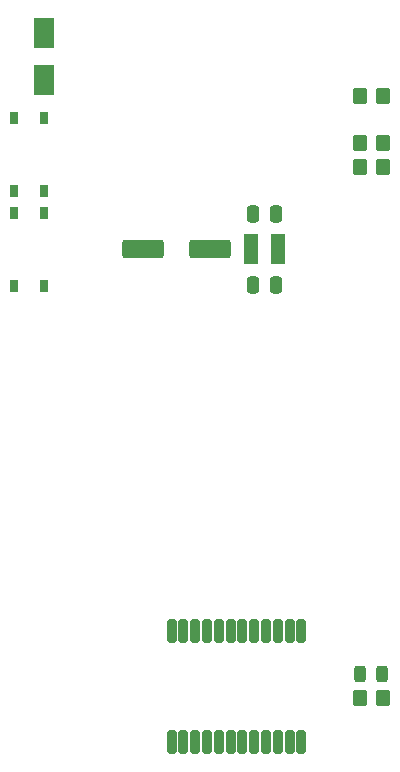
<source format=gbr>
%TF.GenerationSoftware,KiCad,Pcbnew,6.0.11+dfsg-1~bpo11+1*%
%TF.CreationDate,2024-02-01T17:53:29-05:00*%
%TF.ProjectId,POE,504f452e-6b69-4636-9164-5f7063625858,1.0.0*%
%TF.SameCoordinates,Original*%
%TF.FileFunction,Paste,Top*%
%TF.FilePolarity,Positive*%
%FSLAX46Y46*%
G04 Gerber Fmt 4.6, Leading zero omitted, Abs format (unit mm)*
G04 Created by KiCad (PCBNEW 6.0.11+dfsg-1~bpo11+1) date 2024-02-01 17:53:29*
%MOMM*%
%LPD*%
G01*
G04 APERTURE LIST*
G04 Aperture macros list*
%AMRoundRect*
0 Rectangle with rounded corners*
0 $1 Rounding radius*
0 $2 $3 $4 $5 $6 $7 $8 $9 X,Y pos of 4 corners*
0 Add a 4 corners polygon primitive as box body*
4,1,4,$2,$3,$4,$5,$6,$7,$8,$9,$2,$3,0*
0 Add four circle primitives for the rounded corners*
1,1,$1+$1,$2,$3*
1,1,$1+$1,$4,$5*
1,1,$1+$1,$6,$7*
1,1,$1+$1,$8,$9*
0 Add four rect primitives between the rounded corners*
20,1,$1+$1,$2,$3,$4,$5,0*
20,1,$1+$1,$4,$5,$6,$7,0*
20,1,$1+$1,$6,$7,$8,$9,0*
20,1,$1+$1,$8,$9,$2,$3,0*%
G04 Aperture macros list end*
%ADD10R,0.800000X1.000000*%
%ADD11RoundRect,0.250000X1.500000X0.550000X-1.500000X0.550000X-1.500000X-0.550000X1.500000X-0.550000X0*%
%ADD12RoundRect,0.250000X-0.350000X-0.450000X0.350000X-0.450000X0.350000X0.450000X-0.350000X0.450000X0*%
%ADD13R,1.800000X2.500000*%
%ADD14RoundRect,0.250000X0.250000X0.475000X-0.250000X0.475000X-0.250000X-0.475000X0.250000X-0.475000X0*%
%ADD15RoundRect,0.250000X0.350000X0.450000X-0.350000X0.450000X-0.350000X-0.450000X0.350000X-0.450000X0*%
%ADD16RoundRect,0.195000X-0.195000X0.805000X-0.195000X-0.805000X0.195000X-0.805000X0.195000X0.805000X0*%
%ADD17RoundRect,0.243750X-0.243750X-0.456250X0.243750X-0.456250X0.243750X0.456250X-0.243750X0.456250X0*%
%ADD18R,1.250000X2.500000*%
%ADD19RoundRect,0.250000X-0.250000X-0.475000X0.250000X-0.475000X0.250000X0.475000X-0.250000X0.475000X0*%
G04 APERTURE END LIST*
D10*
%TO.C,D2*%
X86260000Y-89075000D03*
X88800000Y-89075000D03*
X88800000Y-82925000D03*
X86260000Y-82925000D03*
%TD*%
D11*
%TO.C,C1*%
X102800000Y-86000000D03*
X97200000Y-86000000D03*
%TD*%
D12*
%TO.C,R4*%
X115500000Y-124000000D03*
X117500000Y-124000000D03*
%TD*%
D13*
%TO.C,D3*%
X88800000Y-71700000D03*
X88800000Y-67700000D03*
%TD*%
D14*
%TO.C,C3*%
X108415599Y-89000000D03*
X106515599Y-89000000D03*
%TD*%
D10*
%TO.C,D1*%
X86260000Y-81075000D03*
X88800000Y-81075000D03*
X88800000Y-74925000D03*
X86260000Y-74925000D03*
%TD*%
D15*
%TO.C,R3*%
X117500000Y-73000000D03*
X115500000Y-73000000D03*
%TD*%
D16*
%TO.C,TR3*%
X110580000Y-118300000D03*
X109580000Y-118300000D03*
X108580000Y-118300000D03*
X107580000Y-118300000D03*
X106580000Y-118300000D03*
X105580000Y-118300000D03*
X104580000Y-118300000D03*
X103580000Y-118300000D03*
X102580000Y-118300000D03*
X101580000Y-118300000D03*
X100580000Y-118300000D03*
X99580000Y-118300000D03*
X99580000Y-127700000D03*
X100580000Y-127700000D03*
X101580000Y-127700000D03*
X102580000Y-127700000D03*
X103580000Y-127700000D03*
X104580000Y-127700000D03*
X105580000Y-127700000D03*
X106580000Y-127700000D03*
X107580000Y-127700000D03*
X108580000Y-127700000D03*
X109580000Y-127700000D03*
X110580000Y-127700000D03*
%TD*%
D17*
%TO.C,D4*%
X115562500Y-122000000D03*
X117437500Y-122000000D03*
%TD*%
D15*
%TO.C,R1*%
X117500000Y-79000000D03*
X115500000Y-79000000D03*
%TD*%
D12*
%TO.C,R2*%
X115500000Y-77000000D03*
X117500000Y-77000000D03*
%TD*%
D18*
%TO.C,L1*%
X106340599Y-86000000D03*
X108590599Y-86000000D03*
%TD*%
D19*
%TO.C,C2*%
X106515599Y-83000000D03*
X108415599Y-83000000D03*
%TD*%
M02*

</source>
